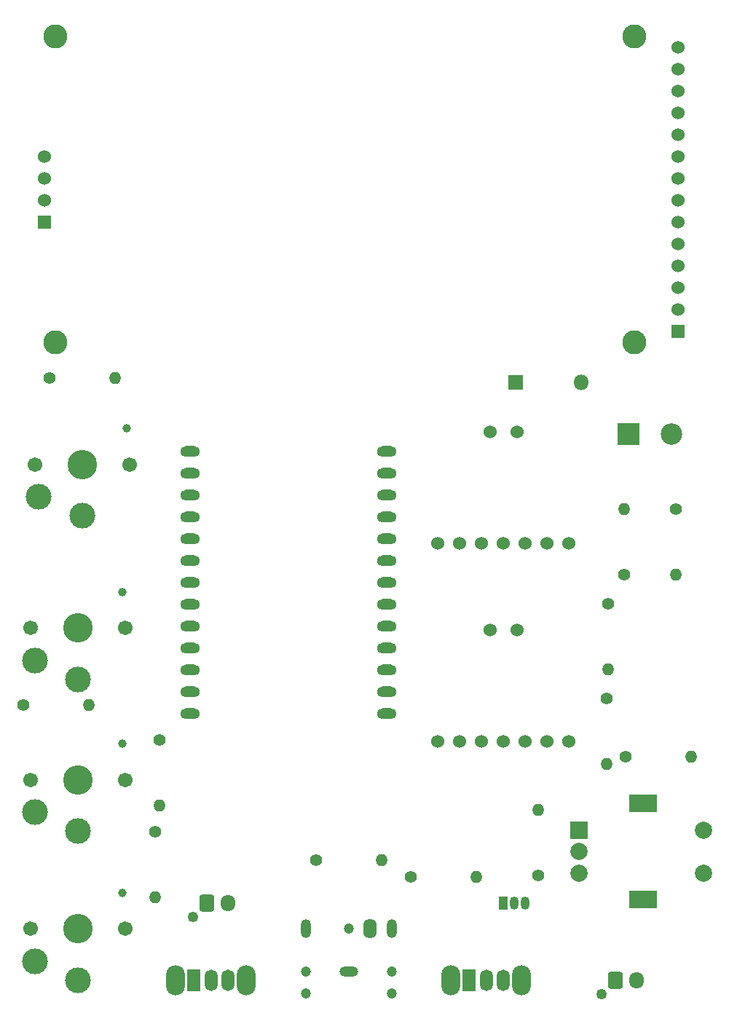
<source format=gbr>
%TF.GenerationSoftware,KiCad,Pcbnew,8.0.4*%
%TF.CreationDate,2024-11-06T19:28:14-07:00*%
%TF.ProjectId,MP3_Player,4d50335f-506c-4617-9965-722e6b696361,rev?*%
%TF.SameCoordinates,Original*%
%TF.FileFunction,Soldermask,Top*%
%TF.FilePolarity,Negative*%
%FSLAX46Y46*%
G04 Gerber Fmt 4.6, Leading zero omitted, Abs format (unit mm)*
G04 Created by KiCad (PCBNEW 8.0.4) date 2024-11-06 19:28:14*
%MOMM*%
%LPD*%
G01*
G04 APERTURE LIST*
G04 Aperture macros list*
%AMRoundRect*
0 Rectangle with rounded corners*
0 $1 Rounding radius*
0 $2 $3 $4 $5 $6 $7 $8 $9 X,Y pos of 4 corners*
0 Add a 4 corners polygon primitive as box body*
4,1,4,$2,$3,$4,$5,$6,$7,$8,$9,$2,$3,0*
0 Add four circle primitives for the rounded corners*
1,1,$1+$1,$2,$3*
1,1,$1+$1,$4,$5*
1,1,$1+$1,$6,$7*
1,1,$1+$1,$8,$9*
0 Add four rect primitives between the rounded corners*
20,1,$1+$1,$2,$3,$4,$5,0*
20,1,$1+$1,$4,$5,$6,$7,0*
20,1,$1+$1,$6,$7,$8,$9,0*
20,1,$1+$1,$8,$9,$2,$3,0*%
G04 Aperture macros list end*
%ADD10R,1.800000X1.800000*%
%ADD11O,1.800000X1.800000*%
%ADD12R,1.050000X1.500000*%
%ADD13O,1.050000X1.500000*%
%ADD14R,2.000000X2.000000*%
%ADD15C,2.000000*%
%ADD16R,3.200000X2.000000*%
%ADD17C,1.524000*%
%ADD18C,1.400000*%
%ADD19O,1.400000X1.400000*%
%ADD20C,1.701800*%
%ADD21C,3.000000*%
%ADD22C,3.429000*%
%ADD23C,0.990600*%
%ADD24C,1.250000*%
%ADD25RoundRect,0.250000X-0.600000X-0.725000X0.600000X-0.725000X0.600000X0.725000X-0.600000X0.725000X0*%
%ADD26O,1.700000X1.950000*%
%ADD27O,2.200000X3.500000*%
%ADD28R,1.500000X2.500000*%
%ADD29O,1.500000X2.500000*%
%ADD30R,2.500000X2.500000*%
%ADD31C,2.500000*%
%ADD32O,2.286000X1.270000*%
%ADD33C,2.794000*%
%ADD34R,1.524000X1.524000*%
%ADD35C,1.200000*%
%ADD36O,1.200000X2.200000*%
%ADD37O,2.200000X1.200000*%
%ADD38O,1.600000X2.300000*%
G04 APERTURE END LIST*
D10*
%TO.C,D1*%
X152380000Y-67500000D03*
D11*
X160000000Y-67500000D03*
%TD*%
D12*
%TO.C,Q1*%
X151000000Y-128000000D03*
D13*
X152270000Y-128000000D03*
X153540000Y-128000000D03*
%TD*%
D14*
%TO.C,Primary Rotary Encoder1*%
X159750000Y-119500000D03*
D15*
X159750000Y-124500000D03*
X159750000Y-122000000D03*
D16*
X167250000Y-116400000D03*
X167250000Y-127600000D03*
D15*
X174250000Y-124500000D03*
X174250000Y-119500000D03*
%TD*%
D17*
%TO.C,RSPKR1*%
X158620000Y-109212500D03*
X153540000Y-109212500D03*
X143380000Y-109212500D03*
X156080000Y-109212500D03*
X151000000Y-109212500D03*
X148460000Y-109212500D03*
X145920000Y-109212500D03*
X149412500Y-96258500D03*
X152587500Y-96258500D03*
%TD*%
D18*
%TO.C,R10*%
X163000000Y-104190000D03*
D19*
X163000000Y-111810000D03*
%TD*%
D20*
%TO.C,SW3*%
X96000000Y-113680000D03*
D21*
X96500000Y-117430000D03*
D22*
X101500000Y-113680000D03*
D21*
X101500000Y-119630000D03*
D23*
X106720000Y-109480000D03*
D20*
X107000000Y-113680000D03*
%TD*%
D18*
%TO.C,R8*%
X171000000Y-82190000D03*
D19*
X171000000Y-89810000D03*
%TD*%
D24*
%TO.C,To_LiPo_Cell1*%
X162400000Y-138600000D03*
D25*
X164000000Y-137000000D03*
D26*
X166500000Y-137000000D03*
%TD*%
D27*
%TO.C,SW4*%
X112900000Y-137000000D03*
X121100000Y-137000000D03*
D28*
X115000000Y-137000000D03*
D29*
X117000000Y-137000000D03*
X119000000Y-137000000D03*
%TD*%
D30*
%TO.C,M1*%
X165500000Y-73500000D03*
D31*
X170500000Y-73500000D03*
%TD*%
D18*
%TO.C,R5*%
X110500000Y-119690000D03*
D19*
X110500000Y-127310000D03*
%TD*%
D17*
%TO.C,L_SPKR1*%
X152587500Y-73258500D03*
X149412500Y-73258500D03*
X145920000Y-86212500D03*
X148460000Y-86212500D03*
X151000000Y-86212500D03*
X156080000Y-86212500D03*
X143380000Y-86212500D03*
X153540000Y-86212500D03*
X158620000Y-86212500D03*
%TD*%
D18*
%TO.C,R9*%
X163190000Y-93190000D03*
D19*
X163190000Y-100810000D03*
%TD*%
D20*
%TO.C,SW2*%
X96000000Y-96030000D03*
D21*
X96500000Y-99780000D03*
D22*
X101500000Y-96030000D03*
D21*
X101500000Y-101980000D03*
D23*
X106720000Y-91830000D03*
D20*
X107000000Y-96030000D03*
%TD*%
D32*
%TO.C,U1*%
X137401877Y-98410500D03*
X137401877Y-100950500D03*
X137401877Y-75550500D03*
X137401877Y-95870500D03*
X137401877Y-88250500D03*
X114541877Y-103490500D03*
X137401877Y-106030500D03*
X114541877Y-100950500D03*
X137401877Y-103490500D03*
X137401877Y-93330500D03*
X137401877Y-90790500D03*
X137401877Y-85710500D03*
X137401877Y-80630500D03*
X137401877Y-78090500D03*
X137401877Y-83170500D03*
X114541877Y-93330500D03*
X114541877Y-95870500D03*
X114541877Y-98410500D03*
X114541877Y-88250500D03*
X114541877Y-90790500D03*
X114541877Y-83170500D03*
X114541877Y-85710500D03*
X114541877Y-80630500D03*
X114541877Y-106030500D03*
X114541877Y-78090500D03*
X114541877Y-75550500D03*
%TD*%
D18*
%TO.C,R2*%
X155000000Y-124810000D03*
D19*
X155000000Y-117190000D03*
%TD*%
D26*
%TO.C,To_Battery_Charger_Of_ESP_32*%
X119000000Y-128000000D03*
D25*
X116500000Y-128000000D03*
D24*
X114900000Y-129600000D03*
%TD*%
D18*
%TO.C,R3*%
X98190000Y-67000000D03*
D19*
X105810000Y-67000000D03*
%TD*%
D20*
%TO.C,SW5*%
X96000000Y-131000000D03*
D21*
X96500000Y-134750000D03*
D22*
X101500000Y-131000000D03*
D21*
X101500000Y-136950000D03*
D23*
X106720000Y-126800000D03*
D20*
X107000000Y-131000000D03*
%TD*%
D18*
%TO.C,R4*%
X111000000Y-109000000D03*
D19*
X111000000Y-116620000D03*
%TD*%
D18*
%TO.C,R11*%
X165190000Y-111000000D03*
D19*
X172810000Y-111000000D03*
%TD*%
D18*
%TO.C,R12*%
X140190000Y-125000000D03*
D19*
X147810000Y-125000000D03*
%TD*%
D18*
%TO.C,R1*%
X129190000Y-123000000D03*
D19*
X136810000Y-123000000D03*
%TD*%
D20*
%TO.C,SW1*%
X96500000Y-77030000D03*
D21*
X97000000Y-80780000D03*
D22*
X102000000Y-77030000D03*
D21*
X102000000Y-82980000D03*
D23*
X107220000Y-72830000D03*
D20*
X107500000Y-77030000D03*
%TD*%
D18*
%TO.C,R6*%
X95190000Y-105000000D03*
D19*
X102810000Y-105000000D03*
%TD*%
D18*
%TO.C,R7*%
X165000000Y-89810000D03*
D19*
X165000000Y-82190000D03*
%TD*%
D27*
%TO.C,SW6*%
X144900000Y-137000000D03*
X153100000Y-137000000D03*
D28*
X147000000Y-137000000D03*
D29*
X149000000Y-137000000D03*
X151000000Y-137000000D03*
%TD*%
D33*
%TO.C,Screen&SDCardReader1*%
X166250000Y-62780000D03*
X166250000Y-27220000D03*
X98940000Y-62780000D03*
X98940000Y-27220000D03*
D17*
X171330000Y-56430000D03*
X171330000Y-51350000D03*
X171330000Y-58970000D03*
X171330000Y-43730000D03*
X171330000Y-53890000D03*
X171330000Y-46270000D03*
X171330000Y-48810000D03*
X171330000Y-41190000D03*
D34*
X97670000Y-48810000D03*
D17*
X97670000Y-43730000D03*
X97670000Y-46270000D03*
X97670000Y-41190000D03*
X171330000Y-38650000D03*
X171330000Y-36110000D03*
X171330000Y-33570000D03*
X171330000Y-31030000D03*
X171330000Y-28490000D03*
D34*
X171330000Y-61510000D03*
%TD*%
D35*
%TO.C,J1*%
X128000000Y-136000000D03*
X128000000Y-138500000D03*
X133000000Y-131000000D03*
X138000000Y-136000000D03*
X138000000Y-138500000D03*
D36*
X128000000Y-131000000D03*
D37*
X133000000Y-136000000D03*
D36*
X138000000Y-131000000D03*
D38*
X135500000Y-131000000D03*
%TD*%
M02*

</source>
